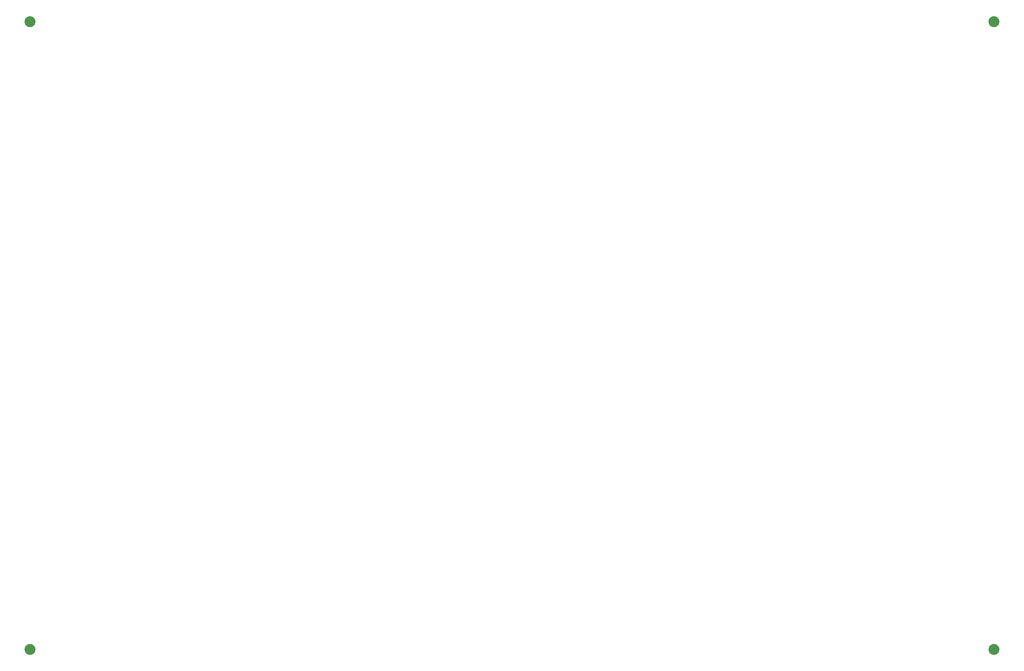
<source format=gbr>
G04 #@! TF.GenerationSoftware,KiCad,Pcbnew,5.1.2-f72e74a~84~ubuntu18.04.1*
G04 #@! TF.CreationDate,2019-07-21T21:18:25+01:00*
G04 #@! TF.ProjectId,cisc-8,63697363-2d38-42e6-9b69-6361645f7063,rev?*
G04 #@! TF.SameCoordinates,Original*
G04 #@! TF.FileFunction,Soldermask,Bot*
G04 #@! TF.FilePolarity,Negative*
%FSLAX46Y46*%
G04 Gerber Fmt 4.6, Leading zero omitted, Abs format (unit mm)*
G04 Created by KiCad (PCBNEW 5.1.2-f72e74a~84~ubuntu18.04.1) date 2019-07-21 21:18:25*
%MOMM*%
%LPD*%
G04 APERTURE LIST*
%ADD10C,0.100000*%
G04 APERTURE END LIST*
D10*
G36*
X336925256Y-220641298D02*
G01*
X337031579Y-220662447D01*
X337332042Y-220786903D01*
X337602451Y-220967585D01*
X337832415Y-221197549D01*
X338013097Y-221467958D01*
X338137553Y-221768421D01*
X338201000Y-222087391D01*
X338201000Y-222412609D01*
X338137553Y-222731579D01*
X338013097Y-223032042D01*
X337832415Y-223302451D01*
X337602451Y-223532415D01*
X337332042Y-223713097D01*
X337031579Y-223837553D01*
X336925256Y-223858702D01*
X336712611Y-223901000D01*
X336387389Y-223901000D01*
X336174744Y-223858702D01*
X336068421Y-223837553D01*
X335767958Y-223713097D01*
X335497549Y-223532415D01*
X335267585Y-223302451D01*
X335086903Y-223032042D01*
X334962447Y-222731579D01*
X334899000Y-222412609D01*
X334899000Y-222087391D01*
X334962447Y-221768421D01*
X335086903Y-221467958D01*
X335267585Y-221197549D01*
X335497549Y-220967585D01*
X335767958Y-220786903D01*
X336068421Y-220662447D01*
X336174744Y-220641298D01*
X336387389Y-220599000D01*
X336712611Y-220599000D01*
X336925256Y-220641298D01*
X336925256Y-220641298D01*
G37*
G36*
X44825256Y-220641298D02*
G01*
X44931579Y-220662447D01*
X45232042Y-220786903D01*
X45502451Y-220967585D01*
X45732415Y-221197549D01*
X45913097Y-221467958D01*
X46037553Y-221768421D01*
X46101000Y-222087391D01*
X46101000Y-222412609D01*
X46037553Y-222731579D01*
X45913097Y-223032042D01*
X45732415Y-223302451D01*
X45502451Y-223532415D01*
X45232042Y-223713097D01*
X44931579Y-223837553D01*
X44825256Y-223858702D01*
X44612611Y-223901000D01*
X44287389Y-223901000D01*
X44074744Y-223858702D01*
X43968421Y-223837553D01*
X43667958Y-223713097D01*
X43397549Y-223532415D01*
X43167585Y-223302451D01*
X42986903Y-223032042D01*
X42862447Y-222731579D01*
X42799000Y-222412609D01*
X42799000Y-222087391D01*
X42862447Y-221768421D01*
X42986903Y-221467958D01*
X43167585Y-221197549D01*
X43397549Y-220967585D01*
X43667958Y-220786903D01*
X43968421Y-220662447D01*
X44074744Y-220641298D01*
X44287389Y-220599000D01*
X44612611Y-220599000D01*
X44825256Y-220641298D01*
X44825256Y-220641298D01*
G37*
G36*
X336925256Y-30141298D02*
G01*
X337031579Y-30162447D01*
X337332042Y-30286903D01*
X337602451Y-30467585D01*
X337832415Y-30697549D01*
X338013097Y-30967958D01*
X338137553Y-31268421D01*
X338201000Y-31587391D01*
X338201000Y-31912609D01*
X338137553Y-32231579D01*
X338013097Y-32532042D01*
X337832415Y-32802451D01*
X337602451Y-33032415D01*
X337332042Y-33213097D01*
X337031579Y-33337553D01*
X336925256Y-33358702D01*
X336712611Y-33401000D01*
X336387389Y-33401000D01*
X336174744Y-33358702D01*
X336068421Y-33337553D01*
X335767958Y-33213097D01*
X335497549Y-33032415D01*
X335267585Y-32802451D01*
X335086903Y-32532042D01*
X334962447Y-32231579D01*
X334899000Y-31912609D01*
X334899000Y-31587391D01*
X334962447Y-31268421D01*
X335086903Y-30967958D01*
X335267585Y-30697549D01*
X335497549Y-30467585D01*
X335767958Y-30286903D01*
X336068421Y-30162447D01*
X336174744Y-30141298D01*
X336387389Y-30099000D01*
X336712611Y-30099000D01*
X336925256Y-30141298D01*
X336925256Y-30141298D01*
G37*
G36*
X44825256Y-30141298D02*
G01*
X44931579Y-30162447D01*
X45232042Y-30286903D01*
X45502451Y-30467585D01*
X45732415Y-30697549D01*
X45913097Y-30967958D01*
X46037553Y-31268421D01*
X46101000Y-31587391D01*
X46101000Y-31912609D01*
X46037553Y-32231579D01*
X45913097Y-32532042D01*
X45732415Y-32802451D01*
X45502451Y-33032415D01*
X45232042Y-33213097D01*
X44931579Y-33337553D01*
X44825256Y-33358702D01*
X44612611Y-33401000D01*
X44287389Y-33401000D01*
X44074744Y-33358702D01*
X43968421Y-33337553D01*
X43667958Y-33213097D01*
X43397549Y-33032415D01*
X43167585Y-32802451D01*
X42986903Y-32532042D01*
X42862447Y-32231579D01*
X42799000Y-31912609D01*
X42799000Y-31587391D01*
X42862447Y-31268421D01*
X42986903Y-30967958D01*
X43167585Y-30697549D01*
X43397549Y-30467585D01*
X43667958Y-30286903D01*
X43968421Y-30162447D01*
X44074744Y-30141298D01*
X44287389Y-30099000D01*
X44612611Y-30099000D01*
X44825256Y-30141298D01*
X44825256Y-30141298D01*
G37*
M02*

</source>
